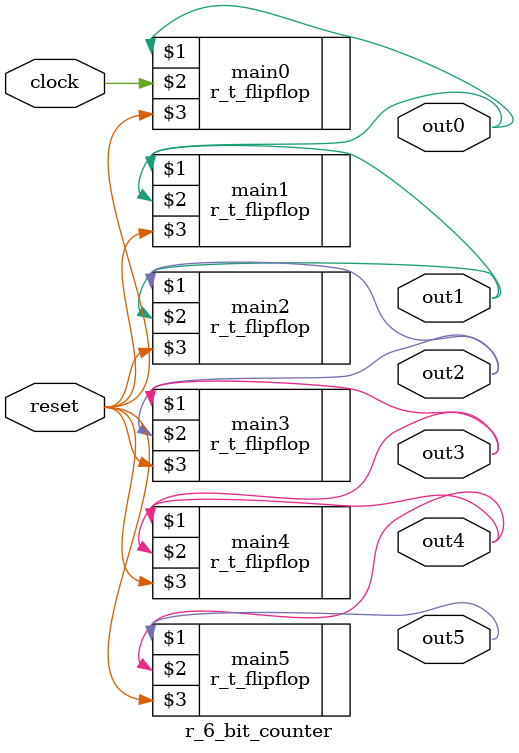
<source format=v>
module r_6_bit_counter(out0, out1, out2, out3, out4, out5, clock, reset);
	input clock, reset;
	output out0, out1, out2, out3, out4, out5;
	r_t_flipflop main0(out0, clock, reset);
	r_t_flipflop main1(out1, out0, reset);
	r_t_flipflop main2(out2, out1, reset);
	r_t_flipflop main3(out3, out2, reset);
	r_t_flipflop main4(out4, out3, reset);
	r_t_flipflop main5(out5, out4, reset);

endmodule

</source>
